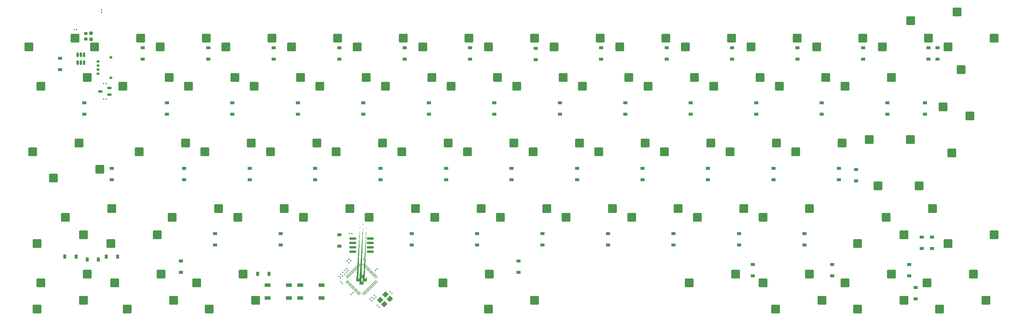
<source format=gbr>
%TF.GenerationSoftware,KiCad,Pcbnew,7.0.1*%
%TF.CreationDate,2023-05-13T17:15:20-04:00*%
%TF.ProjectId,PCB,5043422e-6b69-4636-9164-5f7063625858,rev?*%
%TF.SameCoordinates,Original*%
%TF.FileFunction,Paste,Bot*%
%TF.FilePolarity,Positive*%
%FSLAX46Y46*%
G04 Gerber Fmt 4.6, Leading zero omitted, Abs format (unit mm)*
G04 Created by KiCad (PCBNEW 7.0.1) date 2023-05-13 17:15:20*
%MOMM*%
%LPD*%
G01*
G04 APERTURE LIST*
G04 Aperture macros list*
%AMRoundRect*
0 Rectangle with rounded corners*
0 $1 Rounding radius*
0 $2 $3 $4 $5 $6 $7 $8 $9 X,Y pos of 4 corners*
0 Add a 4 corners polygon primitive as box body*
4,1,4,$2,$3,$4,$5,$6,$7,$8,$9,$2,$3,0*
0 Add four circle primitives for the rounded corners*
1,1,$1+$1,$2,$3*
1,1,$1+$1,$4,$5*
1,1,$1+$1,$6,$7*
1,1,$1+$1,$8,$9*
0 Add four rect primitives between the rounded corners*
20,1,$1+$1,$2,$3,$4,$5,0*
20,1,$1+$1,$4,$5,$6,$7,0*
20,1,$1+$1,$6,$7,$8,$9,0*
20,1,$1+$1,$8,$9,$2,$3,0*%
%AMRotRect*
0 Rectangle, with rotation*
0 The origin of the aperture is its center*
0 $1 length*
0 $2 width*
0 $3 Rotation angle, in degrees counterclockwise*
0 Add horizontal line*
21,1,$1,$2,0,0,$3*%
%AMFreePoly0*
4,1,51,0.532219,0.614745,0.539696,0.609939,0.548496,0.608674,0.568109,0.591679,0.589937,0.577652,0.593629,0.569566,0.600348,0.563745,0.607658,0.538848,0.618438,0.515244,0.617172,0.506443,0.619677,0.497915,0.619677,-0.497915,0.614745,-0.532219,0.609939,-0.539696,0.608674,-0.548496,0.591679,-0.568109,0.577652,-0.589937,0.569566,-0.593629,0.563745,-0.600348,0.538848,-0.607658,
0.515244,-0.618438,0.506443,-0.617172,0.497915,-0.619677,-0.497915,-0.619677,-0.532219,-0.614745,-0.539696,-0.609939,-0.548496,-0.608674,-0.568109,-0.591679,-0.589937,-0.577652,-0.593629,-0.569566,-0.600348,-0.563745,-0.607658,-0.538848,-0.618438,-0.515244,-0.617172,-0.506443,-0.619677,-0.497915,-0.619677,0.397045,-0.616582,0.418565,-0.616895,0.422927,-0.615620,0.425261,-0.614745,0.431349,
-0.598456,0.456693,-0.584014,0.483144,-0.483144,0.584014,-0.465738,0.597042,-0.462875,0.600348,-0.460322,0.601097,-0.455399,0.604783,-0.425958,0.611187,-0.397045,0.619677,0.497915,0.619677,0.532219,0.614745,0.532219,0.614745,$1*%
%AMFreePoly1*
4,1,51,0.532219,0.614745,0.539696,0.609939,0.548496,0.608674,0.568109,0.591679,0.589937,0.577652,0.593629,0.569566,0.600348,0.563745,0.607658,0.538848,0.618438,0.515244,0.617172,0.506443,0.619677,0.497915,0.619677,-0.497915,0.614745,-0.532219,0.609939,-0.539696,0.608674,-0.548496,0.591679,-0.568109,0.577652,-0.589937,0.569566,-0.593629,0.563745,-0.600348,0.538848,-0.607658,
0.515244,-0.618438,0.506443,-0.617172,0.497915,-0.619677,-0.397045,-0.619677,-0.418563,-0.616583,-0.422927,-0.616895,-0.425261,-0.615620,-0.431349,-0.614745,-0.456693,-0.598456,-0.483144,-0.584014,-0.584014,-0.483144,-0.597044,-0.465737,-0.600348,-0.462875,-0.601097,-0.460323,-0.604783,-0.455400,-0.611187,-0.425956,-0.619677,-0.397045,-0.619677,0.497915,-0.614745,0.532219,-0.609939,0.539696,
-0.608674,0.548496,-0.591679,0.568109,-0.577652,0.589937,-0.569566,0.593629,-0.563745,0.600348,-0.538848,0.607658,-0.515244,0.618438,-0.506443,0.617172,-0.497915,0.619677,0.497915,0.619677,0.532219,0.614745,0.532219,0.614745,$1*%
%AMFreePoly2*
4,1,51,0.418565,0.616582,0.422927,0.616895,0.425261,0.615620,0.431349,0.614745,0.456693,0.598456,0.483144,0.584014,0.584014,0.483144,0.597042,0.465738,0.600348,0.462875,0.601097,0.460322,0.604783,0.455399,0.611187,0.425958,0.619677,0.397045,0.619677,-0.497915,0.614745,-0.532219,0.609939,-0.539696,0.608674,-0.548496,0.591679,-0.568109,0.577652,-0.589937,0.569566,-0.593629,
0.563745,-0.600348,0.538848,-0.607658,0.515244,-0.618438,0.506443,-0.617172,0.497915,-0.619677,-0.497915,-0.619677,-0.532219,-0.614745,-0.539696,-0.609939,-0.548496,-0.608674,-0.568109,-0.591679,-0.589937,-0.577652,-0.593629,-0.569566,-0.600348,-0.563745,-0.607658,-0.538848,-0.618438,-0.515244,-0.617172,-0.506443,-0.619677,-0.497915,-0.619677,0.497915,-0.614745,0.532219,-0.609939,0.539696,
-0.608674,0.548496,-0.591679,0.568109,-0.577652,0.589937,-0.569566,0.593629,-0.563745,0.600348,-0.538848,0.607658,-0.515244,0.618438,-0.506443,0.617172,-0.497915,0.619677,0.397045,0.619677,0.418565,0.616582,0.418565,0.616582,$1*%
%AMFreePoly3*
4,1,51,0.532219,0.614745,0.539696,0.609939,0.548496,0.608674,0.568109,0.591679,0.589937,0.577652,0.593629,0.569566,0.600348,0.563745,0.607658,0.538848,0.618438,0.515244,0.617172,0.506443,0.619677,0.497915,0.619677,-0.397045,0.616583,-0.418563,0.616895,-0.422927,0.615620,-0.425261,0.614745,-0.431349,0.598456,-0.456693,0.584014,-0.483144,0.483144,-0.584014,0.465737,-0.597044,
0.462875,-0.600348,0.460323,-0.601097,0.455400,-0.604783,0.425956,-0.611187,0.397045,-0.619677,-0.497915,-0.619677,-0.532219,-0.614745,-0.539696,-0.609939,-0.548496,-0.608674,-0.568109,-0.591679,-0.589937,-0.577652,-0.593629,-0.569566,-0.600348,-0.563745,-0.607658,-0.538848,-0.618438,-0.515244,-0.617172,-0.506443,-0.619677,-0.497915,-0.619677,0.497915,-0.614745,0.532219,-0.609939,0.539696,
-0.608674,0.548496,-0.591679,0.568109,-0.577652,0.589937,-0.569566,0.593629,-0.563745,0.600348,-0.538848,0.607658,-0.515244,0.618438,-0.506443,0.617172,-0.497915,0.619677,0.497915,0.619677,0.532219,0.614745,0.532219,0.614745,$1*%
G04 Aperture macros list end*
%ADD10RoundRect,0.250000X1.025000X1.000000X-1.025000X1.000000X-1.025000X-1.000000X1.025000X-1.000000X0*%
%ADD11FreePoly0,225.000000*%
%ADD12FreePoly1,225.000000*%
%ADD13FreePoly2,225.000000*%
%ADD14FreePoly3,225.000000*%
%ADD15RoundRect,0.050000X0.238649X0.309359X-0.309359X-0.238649X-0.238649X-0.309359X0.309359X0.238649X0*%
%ADD16RoundRect,0.050000X-0.238649X0.309359X-0.309359X0.238649X0.238649X-0.309359X0.309359X-0.238649X0*%
%ADD17RoundRect,0.079500X0.127279X0.014849X0.014849X0.127279X-0.127279X-0.014849X-0.014849X-0.127279X0*%
%ADD18RoundRect,0.250000X-1.025000X-1.000000X1.025000X-1.000000X1.025000X1.000000X-1.025000X1.000000X0*%
%ADD19R,0.900000X1.200000*%
%ADD20R,1.200000X0.900000*%
%ADD21RoundRect,0.079500X-0.079500X-0.100500X0.079500X-0.100500X0.079500X0.100500X-0.079500X0.100500X0*%
%ADD22RoundRect,0.150000X0.150000X-0.512500X0.150000X0.512500X-0.150000X0.512500X-0.150000X-0.512500X0*%
%ADD23RoundRect,0.250000X1.000000X-1.025000X1.000000X1.025000X-1.000000X1.025000X-1.000000X-1.025000X0*%
%ADD24RoundRect,0.079500X-0.014849X0.127279X-0.127279X0.014849X0.014849X-0.127279X0.127279X-0.014849X0*%
%ADD25R,1.800000X1.100000*%
%ADD26RoundRect,0.079500X0.100500X-0.079500X0.100500X0.079500X-0.100500X0.079500X-0.100500X-0.079500X0*%
%ADD27RoundRect,0.150000X-0.275000X0.150000X-0.275000X-0.150000X0.275000X-0.150000X0.275000X0.150000X0*%
%ADD28RoundRect,0.175000X-0.225000X0.175000X-0.225000X-0.175000X0.225000X-0.175000X0.225000X0.175000X0*%
%ADD29RotRect,1.400000X1.200000X45.000000*%
%ADD30R,1.220000X0.650000*%
%ADD31RoundRect,0.079500X-0.127279X-0.014849X-0.014849X-0.127279X0.127279X0.014849X0.014849X0.127279X0*%
%ADD32RoundRect,0.237500X-0.237500X0.287500X-0.237500X-0.287500X0.237500X-0.287500X0.237500X0.287500X0*%
%ADD33RoundRect,0.079500X0.079500X0.100500X-0.079500X0.100500X-0.079500X-0.100500X0.079500X-0.100500X0*%
%ADD34RoundRect,0.250000X-1.000000X1.025000X-1.000000X-1.025000X1.000000X-1.025000X1.000000X1.025000X0*%
%ADD35RoundRect,0.162500X0.825000X0.162500X-0.825000X0.162500X-0.825000X-0.162500X0.825000X-0.162500X0*%
%ADD36RoundRect,0.079500X0.014849X-0.127279X0.127279X-0.014849X-0.014849X0.127279X-0.127279X0.014849X0*%
%ADD37RoundRect,0.218750X-0.256250X0.218750X-0.256250X-0.218750X0.256250X-0.218750X0.256250X0.218750X0*%
%ADD38RoundRect,0.225000X0.225000X0.375000X-0.225000X0.375000X-0.225000X-0.375000X0.225000X-0.375000X0*%
G04 APERTURE END LIST*
D10*
%TO.C,SW36*%
X140277500Y-35560000D03*
X153727500Y-33020000D03*
%TD*%
D11*
%TO.C,U1*%
X91442094Y-72628125D03*
D12*
X90487500Y-71673531D03*
D13*
X90487500Y-73582719D03*
D14*
X89532906Y-72628125D03*
D15*
X91079702Y-68358968D03*
X91362545Y-68641811D03*
X91645387Y-68924653D03*
X91928230Y-69207496D03*
X92211073Y-69490339D03*
X92493915Y-69773181D03*
X92776758Y-70056024D03*
X93059601Y-70338867D03*
X93342444Y-70621710D03*
X93625286Y-70904552D03*
X93908129Y-71187395D03*
X94190972Y-71470238D03*
X94473814Y-71753080D03*
X94756657Y-72035923D03*
D16*
X94756657Y-73220327D03*
X94473814Y-73503170D03*
X94190972Y-73786012D03*
X93908129Y-74068855D03*
X93625286Y-74351698D03*
X93342444Y-74634540D03*
X93059601Y-74917383D03*
X92776758Y-75200226D03*
X92493915Y-75483069D03*
X92211073Y-75765911D03*
X91928230Y-76048754D03*
X91645387Y-76331597D03*
X91362545Y-76614439D03*
X91079702Y-76897282D03*
D15*
X89895298Y-76897282D03*
X89612455Y-76614439D03*
X89329613Y-76331597D03*
X89046770Y-76048754D03*
X88763927Y-75765911D03*
X88481085Y-75483069D03*
X88198242Y-75200226D03*
X87915399Y-74917383D03*
X87632556Y-74634540D03*
X87349714Y-74351698D03*
X87066871Y-74068855D03*
X86784028Y-73786012D03*
X86501186Y-73503170D03*
X86218343Y-73220327D03*
D16*
X86218343Y-72035923D03*
X86501186Y-71753080D03*
X86784028Y-71470238D03*
X87066871Y-71187395D03*
X87349714Y-70904552D03*
X87632556Y-70621710D03*
X87915399Y-70338867D03*
X88198242Y-70056024D03*
X88481085Y-69773181D03*
X88763927Y-69490339D03*
X89046770Y-69207496D03*
X89329613Y-68924653D03*
X89612455Y-68641811D03*
X89895298Y-68358968D03*
%TD*%
D17*
%TO.C,C16*%
X87313952Y-67258952D03*
X86826048Y-66771048D03*
%TD*%
D18*
%TO.C,SW65*%
X140710000Y-78740000D03*
X127260000Y-81280000D03*
%TD*%
D19*
%TO.C,D43*%
X7650000Y-66000000D03*
X4350000Y-66000000D03*
%TD*%
D18*
%TO.C,SW8*%
X140710000Y-2540000D03*
X127260000Y-5080000D03*
%TD*%
D20*
%TO.C,D42*%
X234000000Y-44000000D03*
X234000000Y-40700000D03*
%TD*%
D18*
%TO.C,SW74*%
X247866250Y-59690000D03*
X234416250Y-62230000D03*
%TD*%
D20*
%TO.C,D20*%
X91000000Y-24650000D03*
X91000000Y-21350000D03*
%TD*%
D10*
%TO.C,SW46*%
X92652500Y-54610000D03*
X106102500Y-52070000D03*
%TD*%
D20*
%TO.C,D31*%
X39000000Y-43650000D03*
X39000000Y-40350000D03*
%TD*%
D21*
%TO.C,C10*%
X87025000Y-59320000D03*
X87715000Y-59320000D03*
%TD*%
D10*
%TO.C,SW42*%
X4546250Y-54610000D03*
X17996250Y-52070000D03*
%TD*%
D20*
%TO.C,D54*%
X256000000Y-63650000D03*
X256000000Y-60350000D03*
%TD*%
%TO.C,D11*%
X179000000Y-8650000D03*
X179000000Y-5350000D03*
%TD*%
%TO.C,D33*%
X77000000Y-43650000D03*
X77000000Y-40350000D03*
%TD*%
D18*
%TO.C,SW6*%
X102610000Y-2540000D03*
X89160000Y-5080000D03*
%TD*%
D20*
%TO.C,D17*%
X34000000Y-24650000D03*
X34000000Y-21350000D03*
%TD*%
%TO.C,D52*%
X200000000Y-62650000D03*
X200000000Y-59350000D03*
%TD*%
%TO.C,D13*%
X217000000Y-8650000D03*
X217000000Y-5350000D03*
%TD*%
D17*
%TO.C,C6*%
X84913952Y-73808952D03*
X84426048Y-73321048D03*
%TD*%
D10*
%TO.C,SW51*%
X187902500Y-54610000D03*
X201352500Y-52070000D03*
%TD*%
D20*
%TO.C,D6*%
X84000000Y-8650000D03*
X84000000Y-5350000D03*
%TD*%
D10*
%TO.C,SW57*%
X114083750Y-73660000D03*
X127533750Y-71120000D03*
%TD*%
D20*
%TO.C,D15*%
X255000000Y-8669222D03*
X255000000Y-5369222D03*
%TD*%
D10*
%TO.C,SW62*%
X-2597500Y-73660000D03*
X10852500Y-71120000D03*
%TD*%
D20*
%TO.C,D45*%
X67000000Y-62650000D03*
X67000000Y-59350000D03*
%TD*%
D18*
%TO.C,SW1*%
X7360000Y-2540000D03*
X-6090000Y-5080000D03*
%TD*%
D10*
%TO.C,SW38*%
X178377500Y-35560000D03*
X191827500Y-33020000D03*
%TD*%
D18*
%TO.C,SW3*%
X45460000Y-2540000D03*
X32010000Y-5080000D03*
%TD*%
D20*
%TO.C,D62*%
X251221875Y-74978750D03*
X251221875Y-78278750D03*
%TD*%
D10*
%TO.C,SW30*%
X25977500Y-35560000D03*
X39427500Y-33020000D03*
%TD*%
D20*
%TO.C,D29*%
X254000000Y-24650000D03*
X254000000Y-21350000D03*
%TD*%
D22*
%TO.C,U3*%
X9950000Y-9637500D03*
X9000000Y-9637500D03*
X8050000Y-9637500D03*
X8050000Y-7362500D03*
X9000000Y-7362500D03*
X9950000Y-7362500D03*
%TD*%
D19*
%TO.C,D57*%
X63626000Y-71008750D03*
X60326000Y-71008750D03*
%TD*%
D20*
%TO.C,D12*%
X198000000Y-8650000D03*
X198000000Y-5350000D03*
%TD*%
D10*
%TO.C,SW20*%
X97415000Y-16510000D03*
X110865000Y-13970000D03*
%TD*%
%TO.C,SW37*%
X159327500Y-35560000D03*
X172777500Y-33020000D03*
%TD*%
D18*
%TO.C,SW79*%
X31172500Y-59690000D03*
X17722500Y-62230000D03*
%TD*%
D20*
%TO.C,D1*%
X257634355Y-8669222D03*
X257634355Y-5369222D03*
%TD*%
D10*
%TO.C,SW27*%
X230765000Y-16510000D03*
X244215000Y-13970000D03*
%TD*%
D17*
%TO.C,R3*%
X94643952Y-77788952D03*
X94156048Y-77301048D03*
%TD*%
D10*
%TO.C,SW35*%
X121227500Y-35560000D03*
X134677500Y-33020000D03*
%TD*%
D20*
%TO.C,D63*%
X253000000Y-63650000D03*
X253000000Y-60350000D03*
%TD*%
D10*
%TO.C,SW69*%
X-4978750Y-35560000D03*
X8471250Y-33020000D03*
%TD*%
D20*
%TO.C,D27*%
X224000000Y-24650000D03*
X224000000Y-21350000D03*
%TD*%
%TO.C,D5*%
X65000000Y-8650000D03*
X65000000Y-5350000D03*
%TD*%
D23*
%TO.C,SW28*%
X264477500Y-11690000D03*
X267017500Y-25140000D03*
%TD*%
D10*
%TO.C,SW75*%
X242671250Y-54610000D03*
X256121250Y-52070000D03*
%TD*%
%TO.C,SW14*%
X249815000Y2540000D03*
X263265000Y5080000D03*
%TD*%
D24*
%TO.C,C11*%
X87953952Y-76551048D03*
X87466048Y-77038952D03*
%TD*%
D18*
%TO.C,SW63*%
X35935000Y-78740000D03*
X22485000Y-81280000D03*
%TD*%
D20*
%TO.C,D28*%
X243000000Y-24650000D03*
X243000000Y-21350000D03*
%TD*%
D18*
%TO.C,SW70*%
X255010000Y-2540000D03*
X241560000Y-5080000D03*
%TD*%
D20*
%TO.C,D50*%
X162000000Y-62650000D03*
X162000000Y-59350000D03*
%TD*%
D25*
%TO.C,SW73*%
X69370000Y-74345000D03*
X63170000Y-74345000D03*
X69370000Y-78045000D03*
X63170000Y-78045000D03*
%TD*%
D18*
%TO.C,SW2*%
X26410000Y-2540000D03*
X12960000Y-5080000D03*
%TD*%
D17*
%TO.C,C5*%
X86763952Y-67808952D03*
X86276048Y-67321048D03*
%TD*%
D18*
%TO.C,SW54*%
X9741250Y-78740000D03*
X-3708750Y-81280000D03*
%TD*%
D26*
%TO.C,R4*%
X15000000Y4975000D03*
X15000000Y5665000D03*
%TD*%
D18*
%TO.C,SW29*%
X14503750Y-40640000D03*
X1053750Y-43180000D03*
%TD*%
D20*
%TO.C,D21*%
X110000000Y-24650000D03*
X110000000Y-21350000D03*
%TD*%
%TO.C,D51*%
X181000000Y-62650000D03*
X181000000Y-59350000D03*
%TD*%
%TO.C,D56*%
X38054375Y-67350000D03*
X38054375Y-70650000D03*
%TD*%
D10*
%TO.C,SW31*%
X45027500Y-35560000D03*
X58477500Y-33020000D03*
%TD*%
D18*
%TO.C,SW9*%
X159760000Y-2540000D03*
X146310000Y-5080000D03*
%TD*%
D17*
%TO.C,C4*%
X91583952Y-67248952D03*
X91096048Y-66761048D03*
%TD*%
D21*
%TO.C,C13*%
X15655000Y-15750000D03*
X16345000Y-15750000D03*
%TD*%
D27*
%TO.C,J3*%
X13977402Y-9298125D03*
X13977402Y-10498125D03*
X13977402Y-11698125D03*
X13977402Y-12898125D03*
D28*
X17752402Y-8148125D03*
X17752402Y-14048125D03*
%TD*%
D10*
%TO.C,SW19*%
X78365000Y-16510000D03*
X91815000Y-13970000D03*
%TD*%
D19*
%TO.C,D55*%
X14140000Y-66887500D03*
X10840000Y-66887500D03*
%TD*%
D20*
%TO.C,D38*%
X172000000Y-43650000D03*
X172000000Y-40350000D03*
%TD*%
D10*
%TO.C,SW40*%
X216477500Y-35560000D03*
X229927500Y-33020000D03*
%TD*%
D29*
%TO.C,Y1*%
X95891142Y-78641777D03*
X97446777Y-77086142D03*
X98648858Y-78288223D03*
X97093223Y-79843858D03*
%TD*%
D18*
%TO.C,SW7*%
X121660000Y-2540000D03*
X108210000Y-5080000D03*
%TD*%
D10*
%TO.C,SW58*%
X185521250Y-73660000D03*
X198971250Y-71120000D03*
%TD*%
D30*
%TO.C,U4*%
X17310000Y-17050000D03*
X17310000Y-18950000D03*
X14690000Y-18000000D03*
%TD*%
D18*
%TO.C,SW71*%
X274060000Y-2540000D03*
X260610000Y-5080000D03*
%TD*%
D20*
%TO.C,D61*%
X249428000Y-68350000D03*
X249428000Y-71650000D03*
%TD*%
D10*
%TO.C,SW23*%
X154565000Y-16510000D03*
X168015000Y-13970000D03*
%TD*%
D20*
%TO.C,D7*%
X103000000Y-8650000D03*
X103000000Y-5350000D03*
%TD*%
%TO.C,D24*%
X167000000Y-24650000D03*
X167000000Y-21350000D03*
%TD*%
D18*
%TO.C,SW78*%
X9741250Y-59690000D03*
X-3708750Y-62230000D03*
%TD*%
D20*
%TO.C,D32*%
X58000000Y-43650000D03*
X58000000Y-40350000D03*
%TD*%
D10*
%TO.C,SW16*%
X21215000Y-16510000D03*
X34665000Y-13970000D03*
%TD*%
D20*
%TO.C,D60*%
X227000000Y-68350000D03*
X227000000Y-71650000D03*
%TD*%
D10*
%TO.C,SW52*%
X206952500Y-54610000D03*
X220402500Y-52070000D03*
%TD*%
%TO.C,SW55*%
X18833750Y-73660000D03*
X32283750Y-71120000D03*
%TD*%
%TO.C,SW43*%
X35502500Y-54610000D03*
X48952500Y-52070000D03*
%TD*%
%TO.C,SW25*%
X192665000Y-16510000D03*
X206115000Y-13970000D03*
%TD*%
D31*
%TO.C,R1*%
X86186378Y-69500718D03*
X86674282Y-69988622D03*
%TD*%
D20*
%TO.C,D58*%
X136000000Y-67350000D03*
X136000000Y-70650000D03*
%TD*%
D18*
%TO.C,SW53*%
X274060000Y-59690000D03*
X260610000Y-62230000D03*
%TD*%
D17*
%TO.C,R2*%
X86143952Y-70518952D03*
X85656048Y-70031048D03*
%TD*%
%TO.C,C14*%
X85563952Y-71108952D03*
X85076048Y-70621048D03*
%TD*%
D20*
%TO.C,D14*%
X236000000Y-8650000D03*
X236000000Y-5350000D03*
%TD*%
D32*
%TO.C,F1*%
X12000000Y-1125000D03*
X12000000Y-2875000D03*
%TD*%
D10*
%TO.C,SW45*%
X73602500Y-54610000D03*
X87052500Y-52070000D03*
%TD*%
D20*
%TO.C,D4*%
X46000000Y-8650000D03*
X46000000Y-5350000D03*
%TD*%
D18*
%TO.C,SW11*%
X197860000Y-2540000D03*
X184410000Y-5080000D03*
%TD*%
D20*
%TO.C,D18*%
X53000000Y-24650000D03*
X53000000Y-21350000D03*
%TD*%
%TO.C,D8*%
X122000000Y-8650000D03*
X122000000Y-5350000D03*
%TD*%
D10*
%TO.C,SW34*%
X102177500Y-35560000D03*
X115627500Y-33020000D03*
%TD*%
D31*
%TO.C,C12*%
X92926048Y-78421048D03*
X93413952Y-78908952D03*
%TD*%
D20*
%TO.C,D40*%
X210000000Y-43650000D03*
X210000000Y-40350000D03*
%TD*%
%TO.C,D59*%
X204000000Y-68350000D03*
X204000000Y-71650000D03*
%TD*%
D33*
%TO.C,C15*%
X16345000Y-20250000D03*
X15655000Y-20250000D03*
%TD*%
D18*
%TO.C,SW10*%
X178810000Y-2540000D03*
X165360000Y-5080000D03*
%TD*%
D20*
%TO.C,D36*%
X134000000Y-43650000D03*
X134000000Y-40350000D03*
%TD*%
D25*
%TO.C,SW72*%
X78860000Y-74345000D03*
X72660000Y-74345000D03*
X78860000Y-78045000D03*
X72660000Y-78045000D03*
%TD*%
D20*
%TO.C,D48*%
X124000000Y-62650000D03*
X124000000Y-59350000D03*
%TD*%
%TO.C,D26*%
X205000000Y-24650000D03*
X205000000Y-21350000D03*
%TD*%
D31*
%TO.C,C1*%
X98776048Y-76221048D03*
X99263952Y-76708952D03*
%TD*%
D20*
%TO.C,D9*%
X141000000Y-8824375D03*
X141000000Y-5524375D03*
%TD*%
D10*
%TO.C,SW49*%
X149802500Y-54610000D03*
X163252500Y-52070000D03*
%TD*%
%TO.C,SW48*%
X130752500Y-54610000D03*
X144202500Y-52070000D03*
%TD*%
%TO.C,SW32*%
X64077500Y-35560000D03*
X77527500Y-33020000D03*
%TD*%
D20*
%TO.C,D34*%
X96000000Y-43650000D03*
X96000000Y-40350000D03*
%TD*%
D10*
%TO.C,SW18*%
X59315000Y-16510000D03*
X72765000Y-13970000D03*
%TD*%
%TO.C,SW50*%
X168852500Y-54610000D03*
X182302500Y-52070000D03*
%TD*%
D18*
%TO.C,SW61*%
X224053750Y-78740000D03*
X210603750Y-81280000D03*
%TD*%
D10*
%TO.C,SW47*%
X111702500Y-54610000D03*
X125152500Y-52070000D03*
%TD*%
D21*
%TO.C,R5*%
X7135000Y-100000D03*
X7825000Y-100000D03*
%TD*%
D20*
%TO.C,D47*%
X105000000Y-62650000D03*
X105000000Y-59350000D03*
%TD*%
D17*
%TO.C,C7*%
X84413952Y-72258952D03*
X83926048Y-71771048D03*
%TD*%
D20*
%TO.C,D46*%
X84000000Y-63000000D03*
X84000000Y-59700000D03*
%TD*%
D18*
%TO.C,SW12*%
X216910000Y-2540000D03*
X203460000Y-5080000D03*
%TD*%
%TO.C,SW64*%
X59747500Y-78740000D03*
X46297500Y-81280000D03*
%TD*%
%TO.C,SW59*%
X247866250Y-78740000D03*
X234416250Y-81280000D03*
%TD*%
D20*
%TO.C,D16*%
X10000000Y-24650000D03*
X10000000Y-21350000D03*
%TD*%
%TO.C,D35*%
X115000000Y-43650000D03*
X115000000Y-40350000D03*
%TD*%
D10*
%TO.C,SW24*%
X173615000Y-16510000D03*
X187065000Y-13970000D03*
%TD*%
D20*
%TO.C,D10*%
X160000000Y-8650000D03*
X160000000Y-5350000D03*
%TD*%
D31*
%TO.C,C2*%
X95026048Y-80221048D03*
X95513952Y-80708952D03*
%TD*%
D34*
%TO.C,SW76*%
X261778750Y-35935000D03*
X259238750Y-22485000D03*
%TD*%
D10*
%TO.C,SW67*%
X230765000Y-73660000D03*
X244215000Y-71120000D03*
%TD*%
D20*
%TO.C,D3*%
X27000000Y-8650000D03*
X27000000Y-5350000D03*
%TD*%
D34*
%TO.C,SW41*%
X252253750Y-45460000D03*
X249713750Y-32010000D03*
%TD*%
D20*
%TO.C,D25*%
X186000000Y-24650000D03*
X186000000Y-21350000D03*
%TD*%
%TO.C,D30*%
X18000000Y-43693750D03*
X18000000Y-40393750D03*
%TD*%
D35*
%TO.C,U2*%
X92979375Y-60769375D03*
X92979375Y-62039375D03*
X92979375Y-63309375D03*
X92979375Y-64579375D03*
X87904375Y-64579375D03*
X87904375Y-63309375D03*
X87904375Y-62039375D03*
X87904375Y-60769375D03*
%TD*%
D10*
%TO.C,SW33*%
X83127500Y-35560000D03*
X96577500Y-33020000D03*
%TD*%
%TO.C,SW17*%
X40265000Y-16510000D03*
X53715000Y-13970000D03*
%TD*%
D20*
%TO.C,D41*%
X229000000Y-43650000D03*
X229000000Y-40350000D03*
%TD*%
D18*
%TO.C,SW4*%
X64510000Y-2540000D03*
X51060000Y-5080000D03*
%TD*%
D20*
%TO.C,D53*%
X219000000Y-62650000D03*
X219000000Y-59350000D03*
%TD*%
%TO.C,D39*%
X191000000Y-43650000D03*
X191000000Y-40350000D03*
%TD*%
D10*
%TO.C,SW15*%
X-2597500Y-16510000D03*
X10852500Y-13970000D03*
%TD*%
%TO.C,SW39*%
X197427500Y-35560000D03*
X210877500Y-33020000D03*
%TD*%
%TO.C,SW44*%
X54552500Y-54610000D03*
X68002500Y-52070000D03*
%TD*%
D36*
%TO.C,C8*%
X94426048Y-70088952D03*
X94913952Y-69601048D03*
%TD*%
D34*
%TO.C,SW77*%
X240347500Y-45460000D03*
X237807500Y-32010000D03*
%TD*%
D20*
%TO.C,D2*%
X3000000Y-11650000D03*
X3000000Y-8350000D03*
%TD*%
D10*
%TO.C,SW21*%
X116465000Y-16510000D03*
X129915000Y-13970000D03*
%TD*%
D18*
%TO.C,SW13*%
X235960000Y-2540000D03*
X222510000Y-5080000D03*
%TD*%
D17*
%TO.C,C3*%
X84979637Y-71693267D03*
X84491733Y-71205363D03*
%TD*%
D20*
%TO.C,D19*%
X72000000Y-24650000D03*
X72000000Y-21350000D03*
%TD*%
D10*
%TO.C,SW66*%
X206952500Y-73660000D03*
X220402500Y-71120000D03*
%TD*%
D37*
%TO.C,FB1*%
X10500000Y-1212500D03*
X10500000Y-2787500D03*
%TD*%
D18*
%TO.C,SW60*%
X271678750Y-78740000D03*
X258228750Y-81280000D03*
%TD*%
%TO.C,SW5*%
X83560000Y-2540000D03*
X70110000Y-5080000D03*
%TD*%
D10*
%TO.C,SW22*%
X135515000Y-16510000D03*
X148965000Y-13970000D03*
%TD*%
D20*
%TO.C,D23*%
X148000000Y-24650000D03*
X148000000Y-21350000D03*
%TD*%
D38*
%TO.C,D64*%
X19650000Y-66000000D03*
X16350000Y-66000000D03*
%TD*%
D20*
%TO.C,D49*%
X143000000Y-62650000D03*
X143000000Y-59350000D03*
%TD*%
D31*
%TO.C,C9*%
X93526048Y-77871048D03*
X94013952Y-78358952D03*
%TD*%
D20*
%TO.C,D22*%
X129000000Y-24650000D03*
X129000000Y-21350000D03*
%TD*%
D10*
%TO.C,SW68*%
X254577500Y-73660000D03*
X268027500Y-71120000D03*
%TD*%
D20*
%TO.C,D37*%
X153000000Y-43650000D03*
X153000000Y-40350000D03*
%TD*%
D10*
%TO.C,SW26*%
X211715000Y-16510000D03*
X225165000Y-13970000D03*
%TD*%
%TO.C,SW56*%
X42646250Y-73660000D03*
X56096250Y-71120000D03*
%TD*%
D20*
%TO.C,D44*%
X48000000Y-62650000D03*
X48000000Y-59350000D03*
%TD*%
M02*

</source>
